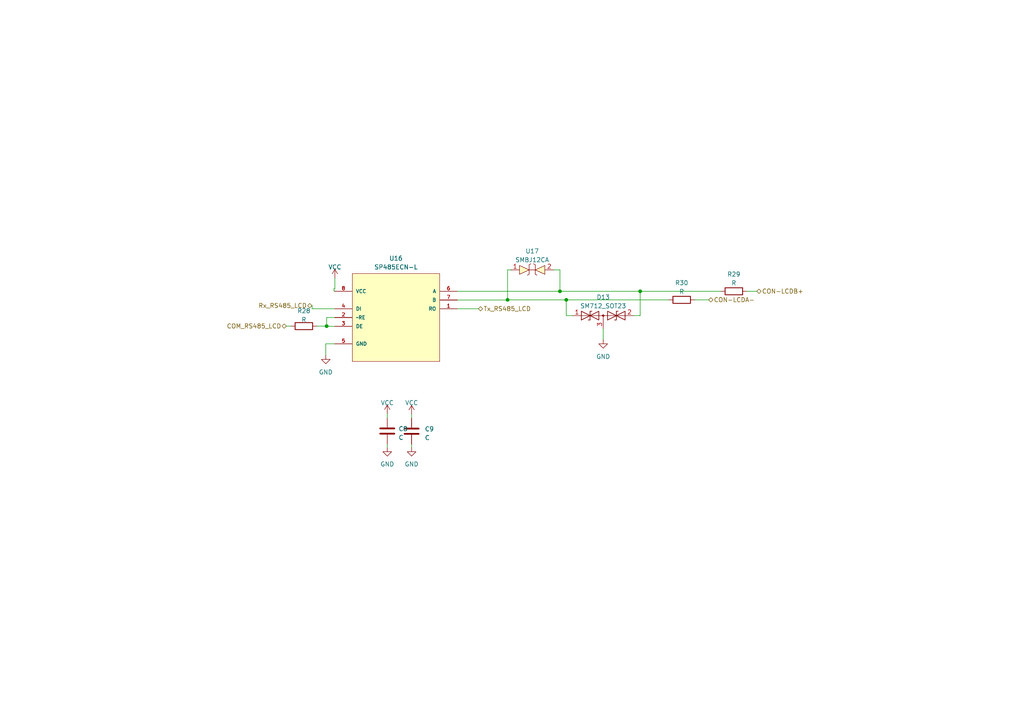
<source format=kicad_sch>
(kicad_sch (version 20230121) (generator eeschema)
  (paper "A4")
  (lib_symbols
    (symbol "Device:C" (pin_numbers hide) (pin_names (offset 0.254))
      (property "Reference" "C" (at 0.635 2.54 0))
      (property "Value" "C" (at 0.635 -2.54 0))
      (symbol "C_0_1"
        (polyline (pts (xy -2.032 -0.762) (xy 2.032 -0.762)) (stroke (width 0.508)))
        (polyline (pts (xy -2.032 0.762) (xy 2.032 0.762)) (stroke (width 0.508)))
      )
      (symbol "C_1_1"
        (pin passive line (at 0 3.81 270) (length 2.794) (name "~") (number "1"))
        (pin passive line (at 0 -3.81 90) (length 2.794) (name "~") (number "2"))
      )
    )
    (symbol "Device:R" (pin_numbers hide) (pin_names (offset 0))
      (property "Reference" "R" (at 2.032 0 90))
      (property "Value" "R" (at 0 0 90))
      (symbol "R_0_1"
        (rectangle (start -1.016 -2.54) (end 1.016 2.54) (stroke (width 0.254)))
      )
      (symbol "R_1_1"
        (pin passive line (at 0 3.81 270) (length 1.27) (name "~") (number "1"))
        (pin passive line (at 0 -3.81 90) (length 1.27) (name "~") (number "2"))
      )
    )
    (symbol "Diode:SM712_SOT23" (pin_names (offset 1.016) hide)
      (property "Reference" "D" (at 0 4.445 0))
      (property "Value" "SM712_SOT23" (at 0 2.54 0))
      (symbol "SM712_SOT23_0_0"
        (polyline (pts (xy 0 -1.27) (xy 0 0)))
      )
      (symbol "SM712_SOT23_0_1"
        (polyline (pts (xy -6.35 0) (xy 6.35 0)))
        (polyline (pts (xy -3.302 1.27) (xy -3.81 1.27) (xy -3.81 -1.27) (xy -4.318 -1.27)) (stroke (width 0.2032)))
        (polyline (pts (xy 4.318 1.27) (xy 3.81 1.27) (xy 3.81 -1.27) (xy 3.302 -1.27)) (stroke (width 0.2032)))
        (polyline (pts (xy -6.35 -1.27) (xy -1.27 1.27) (xy -1.27 -1.27) (xy -6.35 1.27) (xy -6.35 -1.27)) (stroke (width 0.2032)))
        (polyline (pts (xy 1.27 -1.27) (xy 1.27 1.27) (xy 6.35 -1.27) (xy 6.35 1.27) (xy 1.27 -1.27)) (stroke (width 0.2032)))
        (circle (center 0 0) (radius 0.254) (fill (type outline)))
      )
      (symbol "SM712_SOT23_1_1"
        (pin passive line (at -8.89 0 0) (length 2.54) (name "A1") (number "1"))
        (pin passive line (at 8.89 0 180) (length 2.54) (name "A2") (number "2"))
        (pin input line (at 0 -3.81 90) (length 2.54) (name "common") (number "3"))
      )
    )
    (symbol "SP485ECN-L:SP485ECN-L" (pin_names (offset 1.016))
      (property "Reference" "U" (at 12.3334 6.9821 0))
      (property "Value" "SP485ECN-L" (at 13.1756 -23.3243 0))
      (symbol "SP485ECN-L_0_0"
        (rectangle (start 5.08 -20.32) (end 30.48 5.08) (stroke (width 0.127)) (fill (type background)))
        (pin output line (at 35.56 -5.08 180) (length 5.08) (name "RO") (number "1"))
        (pin input line (at 0 -7.62 0) (length 5.08) (name "~RE") (number "2"))
        (pin input line (at 0 -10.16 0) (length 5.08) (name "DE") (number "3"))
        (pin input line (at 0 -5.08 0) (length 5.08) (name "DI") (number "4"))
        (pin passive line (at 0 -15.24 0) (length 5.08) (name "GND") (number "5"))
        (pin output line (at 35.56 0 180) (length 5.08) (name "A") (number "6"))
        (pin output line (at 35.56 -2.54 180) (length 5.08) (name "B") (number "7"))
        (pin power_in line (at 0 0 0) (length 5.08) (name "VCC") (number "8"))
      )
    )
    (symbol "nuevo simbolos:SMBJ12CA"
      (property "Reference" "U" (at 6.858 5.588 0))
      (property "Value" "SMBJ12CA" (at 6.858 4.064 0))
      (symbol "SMBJ12CA_0_1"
        (polyline (pts (xy 0 7.366) (xy 0 5.588)))
        (polyline (pts (xy -1.524 5.08) (xy -1.27 5.588) (xy 1.524 5.588) (xy 1.778 6.096)))
        (polyline (pts (xy -1.524 7.874) (xy -1.27 7.366) (xy 1.524 7.366) (xy 1.778 6.858)))
        (polyline (pts (xy 0 5.588) (xy -1.27 2.794) (xy 1.27 2.794) (xy 0 5.588)) (fill (type background)))
        (polyline (pts (xy 0 7.366) (xy -1.27 10.16) (xy 1.27 10.16) (xy 0 7.366)) (fill (type background)))
      )
      (symbol "SMBJ12CA_1_1"
        (pin bidirectional line (at 0 12.7 270) (length 2.54) (name "") (number "1"))
        (pin bidirectional line (at 0 0.254 90) (length 2.54) (name "") (number "2"))
      )
    )
    (symbol "power:GND" (power) (pin_names (offset 0))
      (property "Value" "GND" (at 0 -3.81 0))
      (symbol "GND_0_1"
        (polyline (pts (xy 0 0) (xy 0 -1.27) (xy 1.27 -1.27) (xy 0 -2.54) (xy -1.27 -1.27) (xy 0 -1.27)))
      )
      (symbol "GND_1_1"
        (pin power_in line (at 0 0 270) (length 0) hide (name "GND") (number "1"))
      )
    )
    (symbol "power:VCC" (power) (pin_names (offset 0))
      (property "Value" "VCC" (at 0 3.81 0))
      (symbol "VCC_0_1"
        (polyline (pts (xy -0.762 1.27) (xy 0 2.54)))
        (polyline (pts (xy 0 0) (xy 0 2.54)))
        (polyline (pts (xy 0 2.54) (xy 0.762 1.27)))
      )
      (symbol "VCC_1_1"
        (pin power_in line (at 0 0 90) (length 0) hide (name "VCC") (number "1"))
      )
    )
  )
  (junction (at 164.2364 86.9696))
  (junction (at 147.2184 86.9696))
  (junction (at 94.742 94.5896))
  (junction (at 162.4076 84.4804))
  (junction (at 185.674 84.4804))
  (wire (pts (xy 147.2184 87.0204) (xy 147.2184 86.9696)))
  (wire (pts (xy 94.742 94.5896) (xy 94.742 94.6404)))
  (wire (pts (xy 132.6388 87.0204) (xy 147.2184 87.0204)))
  (wire (pts (xy 174.9552 95.3516) (xy 174.9552 98.4504)))
  (wire (pts (xy 94.488 102.9716) (xy 94.488 99.7204)))
  (wire (pts (xy 164.2364 86.9696) (xy 164.2364 91.5416)))
  (wire (pts (xy 185.674 91.4908) (xy 185.674 84.4804)))
  (wire (pts (xy 119.38 128.8796) (xy 119.38 129.7432)))
  (wire (pts (xy 147.2184 86.9696) (xy 164.2364 86.9696)))
  (wire (pts (xy 97.0788 84.4296) (xy 97.0788 84.4804)))
  (wire (pts (xy 97.0788 94.6404) (xy 94.742 94.6404)))
  (wire (pts (xy 162.4076 78.2828) (xy 162.4076 84.4804)))
  (wire (pts (xy 185.6232 91.4908) (xy 185.674 91.4908)))
  (wire (pts (xy 94.488 99.7204) (xy 97.0788 99.7204)))
  (wire (pts (xy 96.8756 83.7184) (xy 96.8756 84.4296)))
  (wire (pts (xy 201.5236 86.9696) (xy 205.5368 86.9696)))
  (wire (pts (xy 147.2184 78.2828) (xy 147.2184 86.9696)))
  (wire (pts (xy 94.742 92.1004) (xy 94.742 94.5896)))
  (wire (pts (xy 185.674 84.4804) (xy 209.042 84.4804)))
  (wire (pts (xy 164.2364 91.5416) (xy 166.116 91.5416)))
  (wire (pts (xy 162.4076 84.4804) (xy 185.674 84.4804)))
  (wire (pts (xy 83.058 94.5896) (xy 84.328 94.5896)))
  (wire (pts (xy 112.3188 120.0404) (xy 112.3188 121.2088)))
  (wire (pts (xy 91.948 94.5896) (xy 94.742 94.5896)))
  (wire (pts (xy 160.5788 78.2828) (xy 162.4076 78.2828)))
  (wire (pts (xy 97.1296 83.7184) (xy 96.8756 83.7184)))
  (wire (pts (xy 90.5256 88.646) (xy 90.5256 89.5604)))
  (wire (pts (xy 164.2364 86.9696) (xy 193.9036 86.9696)))
  (wire (pts (xy 112.3188 128.8288) (xy 112.3188 129.7432)))
  (wire (pts (xy 96.8756 84.4296) (xy 97.0788 84.4296)))
  (wire (pts (xy 97.0788 92.1004) (xy 94.742 92.1004)))
  (wire (pts (xy 90.4748 88.646) (xy 90.5256 88.646)))
  (wire (pts (xy 216.662 84.4804) (xy 219.5068 84.4804)))
  (wire (pts (xy 90.5256 89.5604) (xy 97.0788 89.5604)))
  (wire (pts (xy 97.1296 80.6704) (xy 97.1296 83.7184)))
  (wire (pts (xy 185.6232 91.4908) (xy 185.6232 91.5416)))
  (wire (pts (xy 185.6232 91.5416) (xy 183.8452 91.5416)))
  (wire (pts (xy 132.6388 89.5604) (xy 138.7856 89.5604)))
  (wire (pts (xy 132.6388 84.4804) (xy 162.4076 84.4804)))
  (wire (pts (xy 147.2184 78.2828) (xy 148.2852 78.2828)))
  (wire (pts (xy 119.38 120.142) (xy 119.38 121.2596)))
  (hierarchical_label "Tx_RS485_LCD" (shape bidirectional) (at 138.7348 89.5604 0))
  (hierarchical_label "COM_RS485_LCD" (shape bidirectional) (at 83.058 94.5896 180))
  (hierarchical_label "CON-LCDA-" (shape bidirectional) (at 205.5368 86.9696 0))
  (hierarchical_label "CON-LCDB+" (shape bidirectional) (at 219.5068 84.4804 0))
  (hierarchical_label "Rx_RS485_LCD" (shape bidirectional) (at 90.4748 88.646 180))
  (symbol (lib_id "power:GND") (at 94.488 102.9716 0) (unit 1)
    (property "Reference" "#PWR043" (effects hide))
    (property "Value" "GND" (at 94.488 107.95 0))
  )
  (symbol (lib_id "Device:R") (at 212.852 84.4804 90) (unit 1)
    (property "Reference" "R29" (at 212.852 79.5528 90))
    (property "Value" "R" (at 212.852 82.0928 90))
  )
  (symbol (lib_id "power:GND") (at 119.38 129.7432 0) (unit 1)
    (property "Reference" "#PWR048" (effects hide))
    (property "Value" "GND" (at 119.38 134.62 0))
  )
  (symbol (lib_id "power:VCC") (at 112.3188 120.0404 0) (unit 1)
    (property "Reference" "#PWR045" (effects hide))
    (property "Value" "VCC" (at 112.3188 116.84 0))
  )
  (symbol (lib_id "nuevo simbolos:SMBJ12CA") (at 160.8328 78.2828 90) (unit 1)
    (property "Reference" "U17" (at 154.3558 72.8472 90))
    (property "Value" "SMBJ12CA" (at 154.3558 75.3872 90))
    (property "Footprint" "nuevo simbolo:SMBJ12CA" (effects hide))
    (property "Datasheet" "https://pdf1.alldatasheet.com/datasheet-pdf/view/568474/SOCAY/SMBJ12CA.html" (effects hide))
  )
  (symbol (lib_id "Device:C") (at 112.3188 125.0188 0) (unit 1)
    (property "Reference" "C8" (at 115.57 124.3838 0) (effects (justify left)))
    (property "Value" "C" (at 115.57 126.9238 0) (effects (justify left)))
  )
  (symbol (lib_id "power:VCC") (at 97.1296 80.6704 0) (unit 1)
    (property "Reference" "#PWR042" (effects hide))
    (property "Value" "VCC" (at 97.1296 77.47 0))
  )
  (symbol (lib_id "Diode:SM712_SOT23") (at 174.9552 91.5416 0) (unit 1)
    (property "Reference" "D13" (at 174.9552 86.2076 0))
    (property "Value" "SM712_SOT23" (at 174.9552 88.7476 0))
    (property "Footprint" "Package_TO_SOT_SMD:SOT-23" (effects hide))
    (property "Datasheet" "https://www.littelfuse.com/~/media/electronics/datasheets/tvs_diode_arrays/littelfuse_tvs_diode_array_sm712_datasheet.pdf.pdf" (effects hide))
  )
  (symbol (lib_id "power:GND") (at 112.3188 129.7432 0) (unit 1)
    (property "Reference" "#PWR047" (effects hide))
    (property "Value" "GND" (at 112.3188 134.62 0))
  )
  (symbol (lib_id "Device:R") (at 197.7136 86.9696 90) (unit 1)
    (property "Reference" "R30" (at 197.7136 82.042 90))
    (property "Value" "R" (at 197.7136 84.582 90))
  )
  (symbol (lib_id "power:GND") (at 174.9552 98.4504 0) (unit 1)
    (property "Reference" "#PWR044" (effects hide))
    (property "Value" "GND" (at 174.9552 103.4288 0))
  )
  (symbol (lib_id "SP485ECN-L:SP485ECN-L") (at 97.0788 84.4804 0) (unit 1)
    (property "Reference" "U16" (at 114.8588 74.93 0))
    (property "Value" "SP485ECN-L" (at 114.8588 77.47 0))
    (property "Footprint" "SOIC127P600X175-8N" (effects hide))
    (property "SUPPLIER" "Sipex Corporation" (effects hide))
    (property "OC_FARNELL" "1831933" (effects hide))
    (property "OC_NEWARK" "24R0570" (effects hide))
    (property "MPN" "SP485ECN-L" (effects hide))
    (property "PACKAGE" "SOIC-8" (effects hide))
  )
  (symbol (lib_id "Device:C") (at 119.38 125.0696 0) (unit 1)
    (property "Reference" "C9" (at 123.19 124.4346 0) (effects (justify left)))
    (property "Value" "C" (at 123.19 126.9746 0) (effects (justify left)))
  )
  (symbol (lib_id "Device:R") (at 88.138 94.5896 90) (unit 1)
    (property "Reference" "R28" (at 88.138 90.17 90))
    (property "Value" "R" (at 88.138 92.71 90))
  )
  (symbol (lib_id "power:VCC") (at 119.38 120.142 0) (unit 1)
    (property "Reference" "#PWR046" (effects hide))
    (property "Value" "VCC" (at 119.38 116.84 0))
  )
)
</source>
